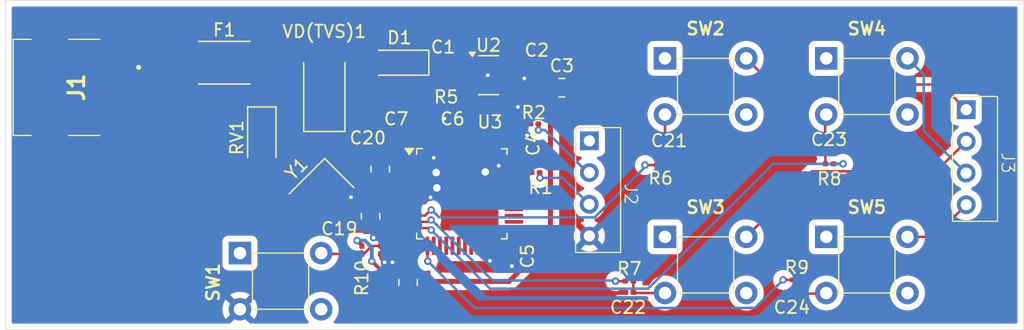
<source format=kicad_pcb>
(kicad_pcb (version 20241229) (generator "pcbnew") (generator_version "9.0")
  (layers (0 "F.Cu" signal) (2 "B.Cu" signal) (13 "F.Paste" user) (15 "B.Paste" user) (5 "F.SilkS" user "F.Silkscreen") (7 "B.SilkS" user "B.Silkscreen") (1 "F.Mask" user) (3 "B.Mask" user) (25 "Edge.Cuts" user))
  (net 0 "")
  (net 1 "GND")
  (net 2 "Net-(D1-K)")
  (net 3 "3.3V")
  (net 4 "3.3VA")
  (net 5 "RESET")
  (net 6 "Net-(U3-PA14)")
  (net 7 "PD1")
  (net 8 "PD0")
  (net 9 "Net-(C21-Pad1)")
  (net 10 "Net-(C22-Pad1)")
  (net 11 "Net-(C23-Pad1)")
  (net 12 "Net-(C24-Pad1)")
  (net 13 "Net-(D1-A)")
  (net 14 "Net-(J1-VCC)")
  (net 18 "Net-(J2-Pad3)")
  (net 20 "Net-(J2-Pad2)")
  (net 21 "Net-(J3-Pad1)")
  (net 22 "Net-(J3-Pad4)")
  (net 23 "Net-(J3-Pad2)")
  (net 24 "Net-(J3-Pad3)")
  (net 25 "Net-(U3-PA13)")
  (net 26 "Net-(U2-EN)")
  (net 27 "PA0")
  (net 28 "PA1")
  (net 29 "PA2")
  (net 30 "PA3")
  (footprint "Resistor_SMD:R_0201_0603Metric" (layer "F.Cu") (at 87.4 39.1)
    (property "Reference" "R8" (at 0 1.2 0) (layer "F.SilkS"))
    (property "Value" "1k")
    (pad "1" smd roundrect (at -0.32 0) (size 0.46 0.4) (layers "F.Cu" "F.Mask") (net 11 "Net-(C23-Pad1)"))
    (pad "2" smd roundrect (at 0.32 0) (size 0.46 0.4) (layers "F.Cu" "F.Mask") (net 29 "PA2"))
  )
  (footprint "My_lib2:J - W04M" (layer "F.Cu") (at 70.7 41.2 -90)
    (property "Reference" "J2" (at 0.325 -0.825 270) (layer "F.SilkS") (effects (font (thickness 0.1))))
    (property "Value" "~" (hide yes))
    (fp_rect (start -5 0) (end 5 3.6) (stroke (width 0.1)) (fill no) (layer "F.SilkS"))
    (pad "1" thru_hole rect (at -3.94 2.5 270) (size 1.5 1.5) (drill 0.9) (layers "*.Cu" "*.Mask"))
    (pad "2" thru_hole circle (at -1.4 2.5 270) (size 1.5 1.5) (drill 0.9) (layers "*.Cu" "*.Mask") (net 20 "Net-(J2-Pad2)"))
    (pad "3" thru_hole circle (at 1.14 2.511693 270) (size 1.5 1.5) (drill 0.9) (layers "*.Cu" "*.Mask") (net 18 "Net-(J2-Pad3)"))
    (pad "4" thru_hole circle (at 3.68 2.5 270) (size 1.5 1.5) (drill 0.9) (layers "*.Cu" "*.Mask") (net 1 "GND"))
  )
  (footprint "Resistor_SMD:R_0201_0603Metric" (layer "F.Cu") (at 51.5 46 -90)
    (property "Reference" "C17" (hide yes))
    (property "Value" "0.1uF" (hide yes))
    (pad "1" smd roundrect (at -0.32 0 270) (size 0.46 0.4) (layers "F.Cu" "F.Mask") (net 5 "RESET"))
    (pad "2" smd roundrect (at 0.32 0 270) (size 0.46 0.4) (layers "F.Cu" "F.Mask") (net 1 "GND"))
  )
  (footprint "Diode_SMD:D_1206_3216Metric_Pad1.42x1.75mm_HandSolder" (layer "F.Cu") (at 42 37 -90)
    (property "Reference" "RV1" (at 0 2 90) (layer "F.SilkS"))
    (property "Value" "6V")
    (fp_line (start -2.46 1.135) (end 1.6 1.135) (stroke (width 0.12)) (layer "F.SilkS"))
    (fp_line (start -2.46 -1.135) (end -2.46 1.135) (stroke (width 0.12)) (layer "F.SilkS"))
    (fp_line (start 1.6 -1.135) (end -2.46 -1.135) (stroke (width 0.12)) (layer "F.SilkS"))
    (pad "1" smd roundrect (at -1.4875 0 270) (size 1.425 1.75) (layers "F.Cu" "F.Mask" "F.Paste") (roundrect_rratio 0.175439) (net 13 "Net-(D1-A)"))
    (pad "2" smd roundrect (at 1.4875 0 270) (size 1.425 1.75) (layers "F.Cu" "F.Mask" "F.Paste") (roundrect_rratio 0.175439) (net 1 "GND"))
  )
  (footprint "Resistor_SMD:R_0201_0603Metric" (layer "F.Cu") (at 57 32.32 -90)
    (property "Reference" "R5" (at 1.43 0.25 0) (layer "F.SilkS"))
    (property "Value" "10k" (hide yes))
    (pad "1" smd roundrect (at -0.32 0 270) (size 0.46 0.4) (layers "F.Cu" "F.Mask") (net 2 "Net-(D1-K)"))
    (pad "2" smd roundrect (at 0.32 0 270) (size 0.46 0.4) (layers "F.Cu" "F.Mask") (net 26 "Net-(U2-EN)"))
  )
  (footprint "Resistor_SMD:R_0201_0603Metric" (layer "F.Cu") (at 55.57 35.5)
    (property "Reference" "C6" (at 1.68 0 0) (layer "F.SilkS"))
    (property "Value" "0.1uF")
    (pad "1" smd roundrect (at -0.32 0) (size 0.46 0.4) (layers "F.Cu" "F.Mask") (net 3 "3.3V"))
    (pad "2" smd roundrect (at 0.32 0) (size 0.46 0.4) (layers "F.Cu" "F.Mask") (net 1 "GND"))
  )
  (footprint "My_lib2:J - W04M" (layer "F.Cu") (at 100.85 38.7 -90)
    (property "Reference" "J3" (at 0.325 -0.825 270) (layer "F.SilkS") (effects (font (thickness 0.1))))
    (property "Value" "~" (hide yes))
    (fp_rect (start -5 0) (end 5 3.6) (stroke (width 0.1)) (fill no) (layer "F.SilkS"))
    (pad "1" thru_hole rect (at -3.94 2.5 270) (size 1.5 1.5) (drill 0.9) (layers "*.Cu" "*.Mask") (net 21 "Net-(J3-Pad1)"))
    (pad "2" thru_hole circle (at -1.4 2.5 270) (size 1.5 1.5) (drill 0.9) (layers "*.Cu" "*.Mask") (net 23 "Net-(J3-Pad2)"))
    (pad "3" thru_hole circle (at 1.14 2.511693 270) (size 1.5 1.5) (drill 0.9) (layers "*.Cu" "*.Mask") (net 24 "Net-(J3-Pad3)"))
    (pad "4" thru_hole circle (at 3.68 2.5 270) (size 1.5 1.5) (drill 0.9) (layers "*.Cu" "*.Mask") (net 22 "Net-(J3-Pad4)"))
  )
  (footprint "Resistor_SMD:R_0805_2012Metric" (layer "F.Cu") (at 50.7 43.3 -90)
    (property "Reference" "C19" (at 1 2.5 180) (layer "F.SilkS"))
    (property "Value" "18pF" (hide yes))
    (fp_line (start -0.227064 0.735) (end 0.227064 0.735) (stroke (width 0.12)) (layer "F.SilkS"))
    (fp_line (start -0.227064 -0.735) (end 0.227064 -0.735) (stroke (width 0.12)) (layer "F.SilkS"))
    (pad "1" smd roundrect (at -0.9125 0 270) (size 1.025 1.4) (layers "F.Cu" "F.Mask" "F.Paste") (roundrect_rratio 0.243902) (net 7 "PD1"))
    (pad "2" smd roundrect (at 0.9125 0 270) (size 1.025 1.4) (layers "F.Cu" "F.Mask" "F.Paste") (roundrect_rratio 0.243902) (net 1 "GND"))
  )
  (footprint "Resistor_SMD:R_0201_0603Metric" (layer "F.Cu") (at 52.4 46 -90)
    (property "Reference" "C11" (hide yes))
    (property "Value" "0.1uF" (hide yes))
    (pad "1" smd roundrect (at -0.32 0 270) (size 0.46 0.4) (layers "F.Cu" "F.Mask") (net 4 "3.3VA"))
    (pad "2" smd roundrect (at 0.32 0 270) (size 0.46 0.4) (layers "F.Cu" "F.Mask") (net 1 "GND"))
  )
  (footprint "Resistor_SMD:R_0201_0603Metric" (layer "F.Cu") (at 87.38 38.2)
    (property "Reference" "C23" (at 0 -1.05 0) (layer "F.SilkS"))
    (property "Value" "0.1uF")
    (pad "1" smd roundrect (at -0.32 0) (size 0.46 0.4) (layers "F.Cu" "F.Mask") (net 11 "Net-(C23-Pad1)"))
    (pad "2" smd roundrect (at 0.32 0) (size 0.46 0.4) (layers "F.Cu" "F.Mask") (net 1 "GND"))
  )
  (footprint "Resistor_SMD:R_0201_0603Metric" (layer "F.Cu") (at 62 46.345 -90)
    (property "Reference" "C5" (at 0.155 -1.25 90) (layer "F.SilkS"))
    (property "Value" "0.1uF" (hide yes))
    (pad "1" smd roundrect (at -0.32 0 270) (size 0.46 0.4) (layers "F.Cu" "F.Mask") (net 3 "3.3V"))
    (pad "2" smd roundrect (at 0.32 0 270) (size 0.46 0.4) (layers "F.Cu" "F.Mask") (net 1 "GND"))
  )
  (footprint "Resistor_SMD:R_0201_0603Metric" (layer "F.Cu") (at 56 31.345 -90)
    (property "Reference" "C1" (at -1.595 -0.5 180) (layer "F.SilkS"))
    (property "Value" "0.33uF" (hide yes))
    (pad "1" smd roundrect (at -0.32 0 270) (size 0.46 0.4) (layers "F.Cu" "F.Mask") (net 2 "Net-(D1-K)"))
    (pad "2" smd roundrect (at 0.32 0 270) (size 0.46 0.4) (layers "F.Cu" "F.Mask") (net 1 "GND"))
  )
  (footprint "My_lib2:SW - 0650HIM-130G-G" (layer "F.Cu") (at 90.4 32.9)
    (property "Reference" "SW4" (at 0 -4.625 0) (layer "F.SilkS") (effects (font (thickness 0.2) (bold yes))))
    (property "Value" "SW_Push" (hide yes))
    (fp_rect (start -2.25 -2.25) (end 2.25 2.25) (stroke (width 0.1)) (fill no) (layer "F.SilkS"))
    (pad "1" thru_hole rect (at -3.25 -2.25) (size 1.8 1.8) (drill 1) (layers "*.Cu" "*.Mask"))
    (pad "2" thru_hole circle (at 3.25 -2.25) (size 1.8 1.8) (drill 1) (layers "*.Cu" "*.Mask") (net 24 "Net-(J3-Pad3)"))
    (pad "3" thru_hole circle (at -3.25 2.25) (size 1.8 1.8) (drill 1) (layers "*.Cu" "*.Mask") (net 11 "Net-(C23-Pad1)"))
    (pad "4" thru_hole circle (at 3.25 2.25) (size 1.8 1.8) (drill 1) (layers "*.Cu" "*.Mask"))
  )
  (footprint "Diode_SMD:D_SMA" (layer "F.Cu") (at 47 33 90)
    (property "Reference" "VD(TVS)1" (at 4.5 0 180) (layer "F.SilkS"))
    (property "Value" "SMAJ5.0A" (hide yes))
    (fp_line (start -3.51 -1.65) (end 2 -1.65) (stroke (width 0.12)) (layer "F.SilkS"))
    (fp_line (start -3.51 -1.65) (end -3.51 1.65) (stroke (width 0.12)) (layer "F.SilkS"))
    (fp_line (start -3.51 1.65) (end 2 1.65) (stroke (width 0.12)) (layer "F.SilkS"))
    (pad "1" smd roundrect (at -2 0 90) (size 2.5 1.8) (layers "F.Cu" "F.Mask" "F.Paste") (roundrect_rratio 0.1388888889) (net 1 "GND"))
    (pad "2" smd roundrect (at 2 0 90) (size 2.5 1.8) (layers "F.Cu" "F.Mask" "F.Paste") (roundrect_rratio 0.1388888889) (net 13 "Net-(D1-A)"))
  )
  (footprint "Resistor_SMD:R_0201_0603Metric" (layer "F.Cu") (at 63.9 39.8)
    (property "Reference" "R1" (at 0.4 1.2 0) (layer "F.SilkS"))
    (property "Value" "100")
    (pad "1" smd roundrect (at -0.32 0) (size 0.46 0.4) (layers "F.Cu" "F.Mask") (net 25 "Net-(U3-PA13)"))
    (pad "2" smd roundrect (at 0.32 0) (size 0.46 0.4) (layers "F.Cu" "F.Mask") (net 18 "Net-(J2-Pad3)"))
  )
  (footprint "Resistor_SMD:R_0805_2012Metric" (layer "F.Cu") (at 66 33)
    (property "Reference" "C3" (at 0 -1.75 0) (layer "F.SilkS"))
    (property "Value" "4.7uF")
    (fp_line (start -0.227064 -0.735) (end 0.227064 -0.735) (stroke (width 0.12)) (layer "F.SilkS"))
    (fp_line (start -0.227064 0.735) (end 0.227064 0.735) (stroke (width 0.12)) (layer "F.SilkS"))
    (pad "1" smd roundrect (at -0.9125 0) (size 1.025 1.4) (layers "F.Cu" "F.Mask" "F.Paste") (roundrect_rratio 0.243902) (net 3 "3.3V"))
    (pad "2" smd roundrect (at 0.9125 0) (size 1.025 1.4) (layers "F.Cu" "F.Mask" "F.Paste") (roundrect_rratio 0.243902) (net 1 "GND"))
  )
  (footprint "Crystal:Crystal_SMD_3225-4Pin_3.2x2.5mm" (layer "F.Cu") (at 46.775 41.25 -135)
    (property "Reference" "Y1" (at 0.176777 2.65165 45) (layer "F.SilkS"))
    (property "Value" "Crystal_GND24")
    (fp_line (start -2 1.65) (end 2 1.65) (stroke (width 0.12)) (layer "F.SilkS"))
    (fp_line (start -2 -1.65) (end -2 1.65) (stroke (width 0.12)) (layer "F.SilkS"))
    (pad "1" smd rect (at -1.1 0.85 225) (size 1.4 1.2) (layers "F.Cu" "F.Mask" "F.Paste") (net 8 "PD0"))
    (pad "2" smd rect (at 1.1 0.85 225) (size 1.4 1.2) (layers "F.Cu" "F.Mask" "F.Paste") (net 1 "GND"))
    (pad "3" smd rect (at 1.1 -0.85 225) (size 1.4 1.2) (layers "F.Cu" "F.Mask" "F.Paste") (net 7 "PD1"))
    (pad "4" smd rect (at -1.1 -0.85 225) (size 1.4 1.2) (layers "F.Cu" "F.Mask" "F.Paste") (net 1 "GND"))
  )
  (footprint "Package_QFP:LQFP-48_7x7mm_P0.5mm" (layer "F.Cu") (at 58 41.5)
    (property "Reference" "U3" (at 2.25 -5.75 0) (layer "F.SilkS"))
    (property "Value" "STM32F103C8Tx")
    (fp_line (start -3.61 -3.61) (end -3.61 -3.16) (stroke (width 0.12)) (layer "F.SilkS"))
    (fp_line (start -3.61 3.61) (end -3.61 3.16) (stroke (width 0.12)) (layer "F.SilkS"))
    (fp_line (start -3.16 -3.61) (end -3.61 -3.61) (stroke (width 0.12)) (layer "F.SilkS"))
    (fp_line (start -3.16 3.61) (end -3.61 3.61) (stroke (width 0.12)) (layer "F.SilkS"))
    (fp_line (start 3.16 -3.61) (end 3.61 -3.61) (stroke (width 0.12)) (layer "F.SilkS"))
    (fp_line (start 3.16 3.61) (end 3.61 3.61) (stroke (width 0.12)) (layer "F.SilkS"))
    (fp_line (start 3.61 -3.61) (end 3.61 -3.16) (stroke (width 0.12)) (layer "F.SilkS"))
    (fp_line (start 3.61 3.61) (end 3.61 3.16) (stroke (width 0.12)) (layer "F.SilkS"))
    (fp_poly (pts (xy -4.2 -3.16) (xy -4.54 -3.63) (xy -3.86 -3.63) (xy -4.2 -3.16)) (stroke (width 0.12)) (fill yes) (layer "F.SilkS"))
    (pad "1" smd roundrect (at -4.1625 -2.75) (size 1.475 0.3) (layers "F.Cu" "F.Mask" "F.Paste") (net 3 "3.3V"))
    (pad "2" smd roundrect (at -4.1625 -2.25) (size 1.475 0.3) (layers "F.Cu" "F.Mask" "F.Paste"))
    (pad "3" smd roundrect (at -4.1625 -1.75) (size 1.475 0.3) (layers "F.Cu" "F.Mask" "F.Paste"))
    (pad "4" smd roundrect (at -4.1625 -1.25) (size 1.475 0.3) (layers "F.Cu" "F.Mask" "F.Paste"))
    (pad "5" smd roundrect (at -4.1625 -0.75) (size 1.475 0.3) (layers "F.Cu" "F.Mask" "F.Paste") (net 8 "PD0"))
    (pad "6" smd roundrect (at -4.1625 -0.25) (size 1.475 0.3) (layers "F.Cu" "F.Mask" "F.Paste") (net 7 "PD1"))
    (pad "7" smd roundrect (at -4.1625 0.25) (size 1.475 0.3) (layers "F.Cu" "F.Mask" "F.Paste") (net 5 "RESET"))
    (pad "8" smd roundrect (at -4.1625 0.75) (size 1.475 0.3) (layers "F.Cu" "F.Mask" "F.Paste") (net 1 "GND"))
    (pad "9" smd roundrect (at -4.1625 1.25) (size 1.475 0.3) (layers "F.Cu" "F.Mask" "F.Paste") (net 4 "3.3VA"))
    (pad "10" smd roundrect (at -4.1625 1.75) (size 1.475 0.3) (layers "F.Cu" "F.Mask" "F.Paste") (net 27 "PA0"))
    (pad "11" smd roundrect (at -4.1625 2.25) (size 1.475 0.3) (layers "F.Cu" "F.Mask" "F.Paste") (net 28 "PA1"))
    (pad "12" smd roundrect (at -4.1625 2.75) (size 1.475 0.3) (layers "F.Cu" "F.Mask" "F.Paste") (net 29 "PA2"))
    (pad "13" smd roundrect (at -2.75 4.1625) (size 0.3 1.475) (layers "F.Cu" "F.Mask" "F.Paste") (net 30 "PA3"))
    (pad "14" smd roundrect (at -2.25 4.1625) (size 0.3 1.475) (layers "F.Cu" "F.Mask" "F.Paste"))
    (pad "15" smd roundrect (at -1.75 4.1625) (size 0.3 1.475) (layers "F.Cu" "F.Mask" "F.Paste"))
    (pad "16" smd roundrect (at -1.25 4.1625) (size 0.3 1.475) (layers "F.Cu" "F.Mask" "F.Paste"))
    (pad "17" smd roundrect (at -0.75 4.1625) (size 0.3 1.475) (layers "F.Cu" "F.Mask" "F.Paste"))
    (pad "18" smd roundrect (at -0.25 4.1625) (size 0.3 1.475) (layers "F.Cu" "F.Mask" "F.Paste"))
    (pad "19" smd roundrect (at 0.25 4.1625) (size 0.3 1.475) (layers "F.Cu" "F.Mask" "F.Paste"))
    (pad "20" smd roundrect (at 0.75 4.1625) (size 0.3 1.475) (layers "F.Cu" "F.Mask" "F.Paste"))
    (pad "21" smd roundrect (at 1.25 4.1625) (size 0.3 1.475) (layers "F.Cu" "F.Mask" "F.Paste"))
    (pad "22" smd roundrect (at 1.75 4.1625) (size 0.3 1.475) (layers "F.Cu" "F.Mask" "F.Paste"))
    (pad "23" smd roundrect (at 2.25 4.1625) (size 0.3 1.475) (layers "F.Cu" "F.Mask" "F.Paste") (net 1 "GND"))
    (pad "24" smd roundrect (at 2.75 4.1625) (size 0.3 1.475) (layers "F.Cu" "F.Mask" "F.Paste") (net 3 "3.3V"))
    (pad "25" smd roundrect (at 4.1625 2.75) (size 1.475 0.3) (layers "F.Cu" "F.Mask" "F.Paste"))
    (pad "26" smd roundrect (at 4.1625 2.25) (size 1.475 0.3) (layers "F.Cu" "F.Mask" "F.Paste"))
    (pad "27" smd roundrect (at 4.1625 1.75) (size 1.475 0.3) (layers "F.Cu" "F.Mask" "F.Paste"))
    (pad "28" smd roundrect (at 4.1625 1.25) (size 1.475 0.3) (layers "F.Cu" "F.Mask" "F.Paste"))
    (pad "29" smd roundrect (at 4.1625 0.75) (size 1.475 0.3) (layers "F.Cu" "F.Mask" "F.Paste"))
    (pad "30" smd roundrect (at 4.1625 0.25) (size 1.475 0.3) (layers "F.Cu" "F.Mask" "F.Paste"))
    (pad "31" smd roundrect (at 4.1625 -0.25) (size 1.475 0.3) (layers "F.Cu" "F.Mask" "F.Paste"))
    (pad "32" smd roundrect (at 4.1625 -0.75) (size 1.475 0.3) (layers "F.Cu" "F.Mask" "F.Paste"))
    (pad "33" smd roundrect (at 4.1625 -1.25) (size 1.475 0.3) (layers "F.Cu" "F.Mask" "F.Paste"))
    (pad "34" smd roundrect (at 4.1625 -1.75) (size 1.475 0.3) (layers "F.Cu" "F.Mask" "F.Paste") (net 25 "Net-(U3-PA13)"))
    (pad "35" smd roundrect (at 4.1625 -2.25) (size 1.475 0.3) (layers "F.Cu" "F.Mask" "F.Paste") (net 1 "GND"))
    (pad "36" smd roundrect (at 4.1625 -2.75) (size 1.475 0.3) (layers "F.Cu" "F.Mask" "F.Paste") (net 3 "3.3V"))
    (pad "37" smd roundrect (at 2.75 -4.1625) (size 0.3 1.475) (layers "F.Cu" "F.Mask" "F.Paste") (net 6 "Net-(U3-PA14)"))
    (pad "38" smd roundrect (at 2.25 -4.1625) (size 0.3 1.475) (layers "F.Cu" "F.Mask" "F.Paste"))
    (pad "39" smd roundrect (at 1.75 -4.1625) (size 0.3 1.475) (layers "F.Cu" "F.Mask" "F.Paste"))
    (pad "40" smd roundrect (at 1.25 -4.1625) (size 0.3 1.475) (layers "F.Cu" "F.Mask" "F.Paste"))
    (pad "41" smd roundrect (at 0.75 -4.1625) (size 0.3 1.475) (layers "F.Cu" "F.Mask" "F.Paste"))
    (pad "42" smd roundrect (at 0.25 -4.1625) (size 0.3 1.475) (layers "F.Cu" "F.Mask" "F.Paste"))
    (pad "43" smd roundrect (at -0.25 -4.1625) (size 0.3 1.475) (layers "F.Cu" "F.Mask" "F.Paste"))
    (pad "44" smd roundrect (at -0.75 -4.1625) (size 0.3 1.475) (layers "F.Cu" "F.Mask" "F.Paste"))
    (pad "45" smd roundrect (at -1.25 -4.1625) (size 0.3 1.475) (layers "F.Cu" "F.Mask" "F.Paste"))
    (pad "46" smd roundrect (at -1.75 -4.1625) (size 0.3 1.475) (layers "F.Cu" "F.Mask" "F.Paste"))
    (pad "47" smd roundrect (at -2.25 -4.1625) (size 0.3 1.475) (layers "F.Cu" "F.Mask" "F.Paste") (net 1 "GND"))
    (pad "48" smd roundrect (at -2.75 -4.1625) (size 0.3 1.475) (layers "F.Cu" "F.Mask" "F.Paste") (net 3 "3.3V"))
  )
  (footprint "Diode_SMD:D_SOD-123" (layer "F.Cu") (at 53 31 180)
    (property "Reference" "D1" (at 0 2 0) (layer "F.SilkS"))
    (property "Value" "~" (hide yes))
    (fp_line (start -2.36 1) (end 1.65 1) (stroke (width 0.12)) (layer "F.SilkS"))
    (fp_line (start -2.36 -1) (end 1.65 -1) (stroke (width 0.12)) (layer "F.SilkS"))
    (fp_line (start -2.36 -1) (end -2.36 1) (stroke (width 0.12)) (layer "F.SilkS"))
    (pad "1" smd roundrect (at -1.65 0 180) (size 0.9 1.2) (layers "F.Cu" "F.Mask" "F.Paste") (net 2 "Net-(D1-K)"))
    (pad "2" smd roundrect (at 1.65 0 180) (size 0.9 1.2) (layers "F.Cu" "F.Mask" "F.Paste") (net 13 "Net-(D1-A)"))
  )
  (footprint "Resistor_SMD:R_0805_2012Metric" (layer "F.Cu") (at 51.475 39.525 -90)
    (property "Reference" "C20" (at -2.5 1 180) (layer "F.SilkS"))
    (property "Value" "18pF")
    (fp_line (start -0.227064 0.735) (end 0.227064 0.735) (stroke (width 0.12)) (layer "F.SilkS"))
    (fp_line (start -0.227064 -0.735) (end 0.227064 -0.735) (stroke (width 0.12)) (layer "F.SilkS"))
    (pad "1" smd roundrect (at -0.9125 0 270) (size 1.025 1.4) (layers "F.Cu" "F.Mask" "F.Paste") (roundrect_rratio 0.243902) (net 1 "GND"))
    (pad "2" smd roundrect (at 0.9125 0 270) (size 1.025 1.4) (layers "F.Cu" "F.Mask" "F.Paste") (roundrect_rratio 0.243902) (net 8 "PD0"))
  )
  (footprint "Resistor_SMD:R_0201_0603Metric" (layer "F.Cu") (at 63 31.345 -90)
    (property "Reference" "C2" (at -1.345 -1 180) (layer "F.SilkS"))
    (property "Value" "0.1uF" (hide yes))
    (pad "1" smd roundrect (at -0.32 0 270) (size 0.46 0.4) (layers "F.Cu" "F.Mask") (net 3 "3.3V"))
    (pad "2" smd roundrect (at 0.32 0 270) (size 0.46 0.4) (layers "F.Cu" "F.Mask") (net 1 "GND"))
  )
  (footprint "Resistor_SMD:R_0201_0603Metric" (layer "F.Cu") (at 50 46 90)
    (property "Reference" "R10" (at -2.25 0 90) (layer "F.SilkS"))
    (property "Value" "10k" (hide yes))
    (pad "1" smd roundrect (at -0.32 0 90) (size 0.46 0.4) (layers "F.Cu" "F.Mask") (net 5 "RESET"))
    (pad "2" smd roundrect (at 0.32 0 90) (size 0.46 0.4) (layers "F.Cu" "F.Mask") (net 3 "3.3V"))
  )
  (footprint "My_lib2:SW - 0650HIM-130G-G" (layer "F.Cu") (at 90.4 47.2)
    (property "Reference" "SW5" (at 0 -4.625 0) (layer "F.SilkS") (effects (font (thickness 0.2) (bold yes))))
    (property "Value" "SW_Push" (hide yes))
    (fp_rect (start -2.25 -2.25) (end 2.25 2.25) (stroke (width 0.1)) (fill no) (layer "F.SilkS"))
    (pad "1" thru_hole rect (at -3.25 -2.25) (size 1.8 1.8) (drill 1) (layers "*.Cu" "*.Mask"))
    (pad "2" thru_hole circle (at 3.25 -2.25) (size 1.8 1.8) (drill 1) (layers "*.Cu" "*.Mask") (net 22 "Net-(J3-Pad4)"))
    (pad "3" thru_hole circle (at -3.25 2.25) (size 1.8 1.8) (drill 1) (layers "*.Cu" "*.Mask") (net 12 "Net-(C24-Pad1)"))
    (pad "4" thru_hole circle (at 3.25 2.25) (size 1.8 1.8) (drill 1) (layers "*.Cu" "*.Mask"))
  )
  (footprint "Resistor_SMD:R_0201_0603Metric" (layer "F.Cu") (at 71.4 49.4 180)
    (property "Reference" "C22" (at 0.1 -1.2 0) (layer "F.SilkS"))
    (property "Value" "0.1uF")
    (pad "1" smd roundrect (at -0.32 0 180) (size 0.46 0.4) (layers "F.Cu" "F.Mask") (net 10 "Net-(C22-Pad1)"))
    (pad "2" smd roundrect (at 0.32 0 180) (size 0.46 0.4) (layers "F.Cu" "F.Mask") (net 1 "GND"))
  )
  (footprint "Resistor_SMD:R_0201_0603Metric" (layer "F.Cu") (at 71.4 48.5 180)
    (property "Reference" "R7" (at 0 1 0) (layer "F.SilkS"))
    (property "Value" "1k")
    (pad "1" smd roundrect (at -0.32 0 180) (size 0.46 0.4) (layers "F.Cu" "F.Mask") (net 10 "Net-(C22-Pad1)"))
    (pad "2" smd roundrect (at 0.32 0 180) (size 0.46 0.4) (layers "F.Cu" "F.Mask") (net 28 "PA1"))
  )
  (footprint "Resistor_SMD:R_0201_0603Metric" (layer "F.Cu") (at 63.8 35.9)
    (property "Reference" "R2" (at -0.05 -0.9 0) (layer "F.SilkS"))
    (property "Value" "100" (hide yes))
    (pad "1" smd roundrect (at -0.32 0) (size 0.46 0.4) (layers "F.Cu" "F.Mask") (net 6 "Net-(U3-PA14)"))
    (pad "2" smd roundrect (at 0.32 0) (size 0.46 0.4) (layers "F.Cu" "F.Mask") (net 20 "Net-(J2-Pad2)"))
  )
  (footprint "Resistor_SMD:R_0201_0603Metric" (layer "F.Cu") (at 84.8 48.4 180)
    (property "Reference" "R9" (at 0 1 0) (layer "F.SilkS"))
    (property "Value" "1k")
    (pad "1" smd roundrect (at -0.32 0 180) (size 0.46 0.4) (layers "F.Cu" "F.Mask") (net 12 "Net-(C24-Pad1)"))
    (pad "2" smd roundrect (at 0.32 0 180) (size 0.46 0.4) (layers "F.Cu" "F.Mask") (net 30 "PA3"))
  )
  (footprint "My_lib2:micro USB -5075BMR05SM" (layer "F.Cu") (at 27.175 32.975 -90)
    (property "Reference" "J1" (at 0 0 90) (layer "F.SilkS") (effects (font (size 1.27 1.27) (thickness 0.254))))
    (property "Value" "~" (hide yes))
    (fp_line (start -3.85 5.07) (end 3.85 5.07) (stroke (width 0.1)) (layer "F.SilkS"))
    (fp_line (start 3.85 5.07) (end 3.85 3.63) (stroke (width 0.1)) (layer "F.SilkS"))
    (fp_line (start -3.85 3.63) (end -3.85 5.07) (stroke (width 0.1)) (layer "F.SilkS"))
    (fp_line (start -3.85 -1.87) (end -3.85 0.63) (stroke (width 0.1)) (layer "F.SilkS"))
    (fp_line (start 3.85 -1.87) (end 3.85 0.63) (stroke (width 0.1)) (layer "F.SilkS"))
    (fp_line (start -1.7 -4.97) (end -1.7 -4.97) (stroke (width 0.2)) (layer "F.SilkS"))
    (fp_line (start -1.5 -4.97) (end -1.5 -4.97) (stroke (width 0.2)) (layer "F.SilkS"))
    (fp_arc (start -1.7 -4.97) (mid -1.6 -5.07) (end -1.5 -4.97) (stroke (width 0.2)) (layer "F.SilkS"))
    (fp_arc (start -1.5 -4.97) (mid -1.6 -4.87) (end -1.7 -4.97) (stroke (width 0.2)) (layer "F.SilkS"))
    (pad "1" smd rect (at -1.6 -3.495 270) (size 0.5 2.25) (layers "F.Cu" "F.Mask" "F.Paste") (net 14 "Net-(J1-VCC)"))
    (pad "2" smd rect (at -0.8 -3.495 270) (size 0.5 2.25) (layers "F.Cu" "F.Mask" "F.Paste"))
    (pad "3" smd rect (at 0 -3.495 270) (size 0.5 2.25) (layers "F.Cu" "F.Mask" "F.Paste"))
    (pad "4" smd rect (at 0.8 -3.495 270) (size 0.5 2.25) (layers "F.Cu" "F.Mask" "F.Paste"))
    (pad "5" smd rect (at 1.6 -3.495 270) (size 0.5 2.25) (layers "F.Cu" "F.Mask" "F.Paste") (net 1 "GND"))
    (pad "6" smd rect (at -4.45 -3.37 270) (size 2 2.5) (layers "F.Cu" "F.Mask" "F.Paste") (net 1 "GND"))
    (pad "7" smd rect (at -4.45 2.13 270) (size 2 2.5) (layers "F.Cu" "F.Mask" "F.Paste") (net 1 "GND"))
    (pad "8" smd rect (at 4.45 2.13 270) (size 2 2.5) (layers "F.Cu" "F.Mask" "F.Paste") (net 1 "GND"))
    (pad "9" smd rect (at 4.45 -3.37 270) (size 2 2.5) (layers "F.Cu" "F.Mask" "F.Paste") (net 1 "GND"))
  )
  (footprint "Resistor_SMD:R_0201_0603Metric" (layer "F.Cu") (at 74.58 38.3)
    (property "Reference" "C21" (at 0 -1.05 0) (layer "F.SilkS"))
    (property "Value" "0.1uF")
    (pad "1" smd roundrect (at -0.32 0) (size 0.46 0.4) (layers "F.Cu" "F.Mask") (net 9 "Net-(C21-Pad1)"))
    (pad "2" smd roundrect (at 0.32 0) (size 0.46 0.4) (layers "F.Cu" "F.Mask") (net 1 "GND"))
  )
  (footprint "Resistor_SMD:R_0201_0603Metric" (layer "F.Cu") (at 62.5 35.6 90)
    (property "Reference" "C18" (hide yes))
    (property "Value" "47pF" (hide yes))
    (pad "1" smd roundrect (at -0.32 0 90) (size 0.46 0.4) (layers "F.Cu" "F.Mask") (net 6 "Net-(U3-PA14)"))
    (pad "2" smd roundrect (at 0.32 0 90) (size 0.46 0.4) (layers "F.Cu" "F.Mask") (net 1 "GND"))
  )
  (footprint "Resistor_SMD:R_0805_2012Metric" (layer "F.Cu") (at 53.7 48.6 -90)
    (property "Reference" "C12" (hide yes))
    (property "Value" "1uF")
    (fp_line (start -0.227064 0.735) (end 0.227064 0.735) (stroke (width 0.12)) (layer "F.SilkS"))
    (fp_line (start -0.227064 -0.735) (end 0.227064 -0.735) (stroke (width 0.12)) (layer "F.SilkS"))
    (pad "1" smd roundrect (at -0.9125 0 270) (size 1.025 1.4) (layers "F.Cu" "F.Mask" "F.Paste") (roundrect_rratio 0.243902) (net 4 "3.3VA"))
    (pad "2" smd roundrect (at 0.9125 0 270) (size 1.025 1.4) (layers "F.Cu" "F.Mask" "F.Paste") (roundrect_rratio 0.243902) (net 1 "GND"))
  )
  (footprint "My_lib2:SW - 0650HIM-130G-G" (layer "F.Cu") (at 43.5 48.5)
    (property "Reference" "SW1" (at -5.4 0.1 90) (layer "F.SilkS") (effects (font (thickness 0.2) (bold yes))))
    (property "Value" "SW_Push" (hide yes))
    (fp_rect (start -2.25 -2.25) (end 2.25 2.25) (stroke (width 0.1)) (fill no) (layer "F.SilkS"))
    (pad "1" thru_hole rect (at -3.25 -2.25) (size 1.8 1.8) (drill 1) (layers "*.Cu" "*.Mask"))
    (pad "2" thru_hole circle (at 3.25 -2.25) (size 1.8 1.8) (drill 1) (layers "*.Cu" "*.Mask") (net 5 "RESET"))
    (pad "3" thru_hole circle (at -3.25 2.25) (size 1.8 1.8) (drill 1) (layers "*.Cu" "*.Mask") (net 1 "GND"))
    (pad "4" thru_hole circle (at 3.25 2.25) (size 1.8 1.8) (drill 1) (layers "*.Cu" "*.Mask"))
  )
  (footprint "Fuse:Fuse_2512_6332Metric" (layer "F.Cu") (at 39 31)
    (property "Reference" "F1" (at 0 -2.62 0) (layer "F.SilkS"))
    (property "Value" "0.5A")
    (fp_line (start -2.052064 -1.71) (end 2.052064 -1.71) (stroke (width 0.12)) (layer "F.SilkS"))
    (fp_line (start -2.052064 1.71) (end 2.052064 1.71) (stroke (width 0.12)) (layer "F.SilkS"))
    (pad "1" smd roundrect (at -2.9 0) (size 1.35 3.35) (layers "F.Cu" "F.Mask" "F.Paste") (roundrect_rratio 0.185185) (net 14 "Net-(J1-VCC)"))
    (pad "2" smd roundrect (at 2.9 0) (size 1.35 3.35) (layers "F.Cu" "F.Mask" "F.Paste") (roundrect_rratio 0.185185) (net 13 "Net-(D1-A)"))
  )
  (footprint "My_lib2:SW - 0650HIM-130G-G" (layer "F.Cu") (at 77.5 32.9)
    (property "Reference" "SW2" (at 0 -4.625 0) (layer "F.SilkS") (effects (font (thickness 0.2) (bold yes))))
    (property "Value" "SW_Push" (hide yes))
    (fp_rect (start -2.25 -2.25) (end 2.25 2.25) (stroke (width 0.1)) (fill no) (layer "F.SilkS"))
    (pad "1" thru_hole rect (at -3.25 -2.25) (size 1.8 1.8) (drill 1) (layers "*.Cu" "*.Mask"))
    (pad "2" thru_hole circle (at 3.25 -2.25) (size 1.8 1.8) (drill 1) (layers "*.Cu" "*.Mask") (net 21 "Net-(J3-Pad1)"))
    (pad "3" thru_hole circle (at -3.25 2.25) (size 1.8 1.8) (drill 1) (layers "*.Cu" "*.Mask") (net 9 "Net-(C21-Pad1)"))
    (pad "4" thru_hole circle (at 3.25 2.25) (size 1.8 1.8) (drill 1) (layers "*.Cu" "*.Mask"))
  )
  (footprint "Resistor_SMD:R_0201_0603Metric" (layer "F.Cu") (at 52.845 36.5 180)
    (property "Reference" "C7" (at 0.095 1 0) (layer "F.SilkS"))
    (property "Value" "0.1uF")
    (pad "1" smd roundrect (at -0.32 0 180) (size 0.46 0.4) (layers "F.Cu" "F.Mask") (net 3 "3.3V"))
    (pad "2" smd roundrect (at 0.32 0 180) (size 0.46 0.4) (layers "F.Cu" "F.Mask") (net 1 "GND"))
  )
  (footprint "Resistor_SMD:R_0201_0603Metric" (layer "F.Cu") (at 73.9 39.2 180)
    (property "Reference" "R6" (at 0 -1.05 0) (layer "F.SilkS"))
    (property "Value" "1k")
    (pad "1" smd roundrect (at -0.32 0 180) (size 0.46 0.4) (layers "F.Cu" "F.Mask") (net 9 "Net-(C21-Pad1)"))
    (pad "2" smd roundrect (at 0.32 0 180) (size 0.46 0.4) (layers "F.Cu" "F.Mask") (net 27 "PA0"))
  )
  (footprint "Resistor_SMD:R_0201_0603Metric" (layer "F.Cu") (at 84.8 49.5 180)
    (property "Reference" "C24" (at 0.4 -1.1 0) (layer "F.SilkS"))
    (property "Value" "0.1uF")
    (pad "1" smd roundrect (at -0.32 0 180) (size 0.46 0.4) (layers "F.Cu" "F.Mask") (net 12 "Net-(C24-Pad1)"))
    (pad "2" smd roundrect (at 0.32 0 180) (size 0.46 0.4) (layers "F.Cu" "F.Mask") (net 1 "GND"))
  )
  (footprint "Resistor_SMD:R_0201_0603Metric" (layer "F.Cu") (at 55.3 48.2 -90)
    (property "Reference" "FB1" (hide yes))
    (property "Value" "600Ом 100Мгц" (hide yes))
    (pad "1" smd roundrect (at -0.32 0 270) (size 0.46 0.4) (layers "F.Cu" "F.Mask") (net 4 "3.3VA"))
    (pad "2" smd roundrect (at 0.32 0 270) (size 0.46 0.4) (layers "F.Cu" "F.Mask") (net 3 "3.3V"))
  )
  (footprint "Resistor_SMD:R_0201_0603Metric" (layer "F.Cu") (at 62.5 37.155 90)
    (property "Reference" "C4" (at -0.345 1.2 270) (layer "F.SilkS"))
    (property "Value" "0.1uF" (hide yes))
    (pad "1" smd roundrect (at -0.32 0 90) (size 0.46 0.4) (layers "F.Cu" "F.Mask") (net 3 "3.3V"))
    (pad "2" smd roundrect (at 0.32 0 90) (size 0.46 0.4) (layers "F.Cu" "F.Mask") (net 1 "GND"))
  )
  (footprint "My_lib2:SW - 0650HIM-130G-G" (layer "F.Cu") (at 77.5 47.2)
    (property "Reference" "SW3" (at 0 -4.625 0) (layer "F.SilkS") (effects (font (thickness 0.2) (bold yes))))
    (property "Value" "SW_Push" (hide yes))
    (fp_rect (start -2.25 -2.25) (end 2.25 2.25) (stroke (width 0.1)) (fill no) (layer "F.SilkS"))
    (pad "1" thru_hole rect (at -3.25 -2.25) (size 1.8 1.8) (drill 1) (layers "*.Cu" "*.Mask"))
    (pad "2" thru_hole circle (at 3.25 -2.25) (size 1.8 1.8) (drill 1) (layers "*.Cu" "*.Mask") (net 23 "Net-(J3-Pad2)"))
    (pad "3" thru_hole circle (at -3.25 2.25) (size 1.8 1.8) (drill 1) (layers "*.Cu" "*.Mask") (net 10 "Net-(C22-Pad1)"))
    (pad "4" thru_hole circle (at 3.25 2.25) (size 1.8 1.8) (drill 1) (layers "*.Cu" "*.Mask"))
  )
  (footprint "Package_TO_SOT_SMD:SOT-23-5" (layer "F.Cu") (at 60.1375 32)
    (property "Reference" "U2" (at 0 -2.4 0) (layer "F.SilkS"))
    (property "Value" "~")
    (fp_line (start 0 -1.56) (end -0.8 -1.56) (stroke (width 0.12)) (layer "F.SilkS"))
    (fp_line (start 0 -1.56) (end 0.8 -1.56) (stroke (width 0.12)) (layer "F.SilkS"))
    (fp_line (start 0 1.56) (end -0.8 1.56) (stroke (width 0.12)) (layer "F.SilkS"))
    (fp_line (start 0 1.56) (end 0.8 1.56) (stroke (width 0.12)) (layer "F.SilkS"))
    (fp_poly (pts (xy -1.3 -1.51) (xy -1.54 -1.84) (xy -1.06 -1.84) (xy -1.3 -1.51)) (stroke (width 0.12)) (fill yes) (layer "F.SilkS"))
    (pad "1" smd roundrect (at -1.1375 -0.95) (size 1.325 0.6) (layers "F.Cu" "F.Mask" "F.Paste") (net 2 "Net-(D1-K)"))
    (pad "2" smd roundrect (at -1.1375 0) (size 1.325 0.6) (layers "F.Cu" "F.Mask" "F.Paste") (net 1 "GND"))
    (pad "3" smd roundrect (at -1.1375 0.95) (size 1.325 0.6) (layers "F.Cu" "F.Mask" "F.Paste") (net 26 "Net-(U2-EN)"))
    (pad "4" smd roundrect (at 1.1375 0.95) (size 1.325 0.6) (layers "F.Cu" "F.Mask" "F.Paste"))
    (pad "5" smd roundrect (at 1.1375 -0.95) (size 1.325 0.6) (layers "F.Cu" "F.Mask" "F.Paste") (net 3 "3.3V"))
  )
  (gr_rect (start 47.9375 43.875) (end 50.7625 44.525) (stroke (width 0.2)) (fill yes) (layer "F.Cu") (net 1))
  (gr_rect (start 21.5 26) (end 102.95 52.4) (stroke (width 0.05)) (fill no) (layer "Edge.Cuts"))
  (segment (start 59.004 32.004) (end 59 32) (width 0.2) (layer "F.Cu") (net 1))
  (segment (start 55.753 37.3405) (end 55.75 37.3375) (width 0.2) (layer "F.Cu") (net 1))
  (segment (start 60.25 45.6625) (end 60.25 46.875) (width 0.2) (layer "F.Cu") (net 1))
  (segment (start 51.5 46.32) (end 51.5 46.68076) (width 0.2) (layer "F.Cu") (net 1))
  (segment (start 62.992 31.673) (end 63 31.665) (width 0.2) (layer "F.Cu") (net 1))
  (segment (start 47.918462 41.308619) (end 48.153858 41.073223) (width 0.4) (layer "F.Cu") (net 1))
  (segment (start 62.5 34.56) (end 62.484 34.544) (width 0.2) (layer "F.Cu") (net 1))
  (segment (start 62.51 36.825) (end 62.5 36.835) (width 0.2) (layer "F.Cu") (net 1))
  (segment (start 49.125 41.778858) (end 48.419365 41.073223) (width 0.4) (layer "F.Cu") (net 1))
  (segment (start 53.8375 42.25) (end 55.032 42.25) (width 0.2) (layer "F.Cu") (net 1))
  (segment (start 52.4 46.32) (end 52.4 46.939) (width 0.2) (layer "F.Cu") (net 1))
  (segment (start 52.4 46.939) (end 52.451 46.99) (width 0.2) (layer "F.Cu") (net 1))
  (segment (start 63.225 36.825) (end 62.51 36.825) (width 0.2) (layer "F.Cu") (net 1))
  (segment (start 55.753 38.608) (end 55.753 37.3405) (width 0.2) (layer "F.Cu") (net 1))
  (segment (start 62 46.665) (end 62 47.3) (width 0.2) (layer "F.Cu") (net 1))
  (segment (start 48.419365 41.073223) (end 48.153858 41.073223) (width 0.4) (layer "F.Cu") (net 1))
  (segment (start 45.5143 41.308619) (end 47.918462 41.308619) (width 0.4) (layer "F.Cu") (net 1))
  (segment (start 62.992 32.258) (end 62.992 31.673) (width 0.2) (layer "F.Cu") (net 1))
  (segment (start 50.937902 44.450402) (end 50.7 44.2125) (width 0.2) (layer "F.Cu") (net 1))
  (segment (start 51.5 46.68076) (end 51.81262 46.99338) (width 0.2) (layer "F.Cu") (net 1))
  (segment (start 62.5 35.28) (end 62.5 34.56) (width 0.2) (layer "F.Cu") (net 1))
  (segment (start 50.937902 45.018662) (end 50.937902 44.450402) (width 0.2) (layer "F.Cu") (net 1))
  (segment (start 62.1625 39.25) (end 60.95 39.25) (width 0.2) (layer "F.Cu") (net 1))
  (segment (start 60.071 32.004) (end 59.004 32.004) (width 0.2) (layer "F.Cu") (net 1))
  (segment (start 55.032 42.25) (end 55.499 41.783) (width 0.2) (layer "F.Cu") (net 1))
  (segment (start 45.396142 41.426777) (end 45.5143 41.308619) (width 0.4) (layer "F.Cu") (net 1))
  (via (at 52.451 46.99) (size 0.6) (drill 0.3) (layers "F.Cu" "B.Cu") (net 1))
  (via (at 49.125 41.778858) (size 0.6) (drill 0.3) (layers "F.Cu" "B.Cu") (net 1))
  (via (at 62.992 32.258) (size 0.6) (drill 0.3) (layers "F.Cu" "B.Cu") (net 1))
  (via (at 51.81262 46.99338) (size 0.6) (drill 0.3) (layers "F.Cu" "B.Cu") (net 1))
  (via (at 56.6 35.475) (size 0.6) (drill 0.3) (layers "F.Cu" "B.Cu") (net 1))
  (via (at 50.937902 45.018662) (size 0.6) (drill 0.3) (layers "F.Cu" "B.Cu") (net 1))
  (via (at 60.071 32.004) (size 0.6) (drill 0.3) (layers "F.Cu" "B.Cu") (net 1))
  (via (at 59.875 39.75) (size 1) (drill 0.6) (layers "F.Cu" "B.Cu") (net 1))
  (via (at 62.484 34.544) (size 0.6) (drill 0.3) (layers "F.Cu" "B.Cu") (net 1))
  (via (at 55.95 39.8) (size 1) (drill 0.6) (layers "F.Cu" "B.Cu") (net 1))
  (via (at 55.499 41.783) (size 0.6) (drill 0.3) (layers "F.Cu" "B.Cu") (net 1))
  (via (at 60.25 46.875) (size 0.6) (drill 0.3) (layers "F.Cu" "B.Cu") (net 1))
  (via (at 63.225 36.825) (size 0.6) (drill 0.3) (layers "F.Cu" "B.Cu") (net 1))
  (via (at 60.95 39.25) (size 0.6) (drill 0.3) (layers "F.Cu" "B.Cu") (net 1))
  (via (at 56 41.025) (size 1) (drill 0.6) (layers "F.Cu" "B.Cu") (net 1))
  (via (at 62 47.3) (size 0.6) (drill 0.3) (layers "F.Cu" "B.Cu") (net 1))
  (via (at 55.753 38.608) (size 0.6) (drill 0.3) (layers "F.Cu" "B.Cu") (net 1))
  (segment (start 59 31.05) (end 58.975 31.025) (width 0.2) (layer "F.Cu") (net 2))
  (segment (start 58.975 31.025) (end 56 31.025) (width 0.2) (layer "F.Cu") (net 2))
  (segment (start 54.675 31.025) (end 54.65 31) (width 0.4) (layer "F.Cu") (net 2))
  (segment (start 56.199999 31.025) (end 56 31.025) (width 0.2) (layer "F.Cu") (net 2))
  (segment (start 56 31.025) (end 54.675 31.025) (width 0.4) (layer "F.Cu") (net 2))
  (segment (start 57 31.825001) (end 56.199999 31.025) (width 0.2) (layer "F.Cu") (net 2))
  (segment (start 54.845 34.82) (end 55.165 34.5) (width 0.4) (layer "F.Cu") (net 3))
  (segment (start 62.1625 38.75) (end 62.1625 37.8125) (width 0.2) (layer "F.Cu") (net 3))
  (segment (start 55.165 34.5) (end 55.59 34.075) (width 0.4) (layer "F.Cu") (net 3))
  (segment (start 55.3 48.52) (end 55.238 48.52) (width 0.2) (layer "F.Cu") (net 3))
  (segment (start 55.3 48.52) (end 61.78 48.52) (width 0.4) (layer "F.Cu") (net 3))
  (segment (start 55.59 34.075) (end 61.595888 34.075) (width 0.4) (layer "F.Cu") (net 3))
  (segment (start 52.401 48.501) (end 50.8 46.9) (width 0.3) (layer "F.Cu") (net 3))
  (segment (start 60.75 45.6625) (end 61.6375 45.6625) (width 0.2) (layer "F.Cu") (net 3))
  (segment (start 55.238 48.52) (end 55.219 48.501) (width 0.2) (layer "F.Cu") (net 3))
  (segment (start 62.670888 33) (end 65.0875 33) (width 0.4) (layer "F.Cu") (net 3))
  (segment (start 62.5 37.475) (end 62.525 37.5) (width 0.2) (layer "F.Cu") (net 3))
  (segment (start 65.0875 32.95263) (end 65.0875 33) (width 0.2) (layer "F.Cu") (net 3))
  (segment (start 50 45.625) (end 49.625 45.25) (width 0.3) (layer "F.Cu") (net 3))
  (segment (start 63.15987 31.025) (end 65.0875 32.95263) (width 0.2) (layer "F.Cu") (net 3))
  (segment (start 63 31.025) (end 63.15987 31.025) (width 0.2) (layer "F.Cu") (net 3))
  (segment (start 62.1625 37.8125) (end 62.5 37.475) (width 0.2) (layer "F.Cu") (net 3))
  (segment (start 50 45.68) (end 50 45.625) (width 0.3) (layer "F.Cu") (net 3))
  (segment (start 61.78 48.52) (end 65.0875 45.2125) (width 0.4) (layer "F.Cu") (net 3))
  (segment (start 53.165 36.5) (end 54.845 34.82) (width 0.4) (layer "F.Cu") (net 3))
  (segment (start 63.3 47) (end 62.325 46.025) (width 0.4) (layer "F.Cu") (net 3))
  (segment (start 65.0875 45.2125) (end 65.0875 42.9375) (width 0.4) (layer "F.Cu") (net 3))
  (segment (start 61.6375 45.6625) (end 62 46.025) (width 0.2) (layer "F.Cu") (net 3))
  (segment (start 53.8375 37.1725) (end 53.165 36.5) (width 0.2) (layer "F.Cu") (net 3))
  (segment (start 62.525 37.5) (end 65.0875 37.5) (width 0.2) (layer "F.Cu") (net 3))
  (segment (start 65.0875 33) (end 65.0875 42.9375) (width 0.4) (layer "F.Cu") (net 3))
  (segment (start 55.219 48.501) (end 52.401 48.501) (width 0.3) (layer "F.Cu") (net 3))
  (segment (start 61.275 31.05) (end 62.975 31.05) (width 0.2) (layer "F.Cu") (net 3))
  (segment (start 53.8375 38.75) (end 53.8375 37.1725) (width 0.2) (layer "F.Cu") (net 3))
  (segment (start 55.25 35.5) (end 55.25 37.3375) (width 0.2) (layer "F.Cu") (net 3))
  (segment (start 62.325 46.025) (end 62 46.025) (width 0.4) (layer "F.Cu") (net 3))
  (segment (start 55.165 34.5) (end 54.7075 34.9575) (width 0.2) (layer "F.Cu") (net 3))
  (segment (start 61.595888 34.075) (end 62.670888 33) (width 0.4) (layer "F.Cu") (net 3))
  (segment (start 54.7075 34.9575) (end 55.25 35.5) (width 0.4) (layer "F.Cu") (net 3))
  (segment (start 62.975 31.05) (end 63 31.025) (width 0.2) (layer "F.Cu") (net 3))
  (via (at 50.8 46.9) (size 0.6) (drill 0.3) (layers "F.Cu" "B.Cu") (net 3))
  (via (at 49.625 45.25) (size 0.6) (drill 0.3) (layers "F.Cu" "B.Cu") (net 3))
  (segment (start 50.8 45.8) (end 50.8 46.9) (width 0.3) (layer "B.Cu") (net 3))
  (segment (start 49.625 45.25) (end 50.25 45.25) (width 0.3) (layer "B.Cu") (net 3))
  (segment (start 50.25 45.25) (end 50.8 45.8) (width 0.3) (layer "B.Cu") (net 3))
  (segment (start 52.4 45.68) (end 52.855 45.68) (width 0.2) (layer "F.Cu") (net 4))
  (segment (start 52.95 42.75) (end 53.8375 42.75) (width 0.2) (layer "F.Cu") (net 4))
  (segment (start 52.855 45.68) (end 53.7 46.525) (width 0.2) (layer "F.Cu") (net 4))
  (segment (start 55.3 47.78) (end 55.18 47.9) (width 0.2) (layer "F.Cu") (net 4))
  (segment (start 53.9125 47.9) (end 53.7 47.6875) (width 0.2) (layer "F.Cu") (net 4))
  (segment (start 52.4 45.68) (end 52.4 43.3) (width 0.2) (layer "F.Cu") (net 4))
  (segment (start 52.4 43.3) (end 52.95 42.75) (width 0.2) (layer "F.Cu") (net 4))
  (segment (start 53.7 46.525) (end 53.7 47.6875) (width 0.2) (layer "F.Cu") (net 4))
  (segment (start 55.18 47.9) (end 53.9125 47.9) (width 0.2) (layer "F.Cu") (net 4))
  (segment (start 51.5 45.68) (end 50.79987 45.68) (width 0.2) (layer "F.Cu") (net 5))
  (segment (start 51.57 45.61) (end 51.725 45.455) (width 0.2) (layer "F.Cu") (net 5))
  (segment (start 52.975 41.75) (end 53.8375 41.75) (width 0.2) (layer "F.Cu") (net 5))
  (segment (start 51.5 45.61) (end 51.57 45.61) (width 0.2) (layer "F.Cu") (net 5))
  (segment (start 50.79987 45.68) (end 50.15987 46.32) (width 0.2) (layer "F.Cu") (net 5))
  (segment (start 51.725 45.455) (end 51.725 43) (width 0.2) (layer "F.Cu") (net 5))
  (segment (start 50 46.32) (end 46.82 46.32) (width 0.2) (layer "F.Cu") (net 5))
  (segment (start 46.82 46.32) (end 46.75 46.25) (width 0.2) (layer "F.Cu") (net 5))
  (segment (start 51.725 43) (end 52.975 41.75) (width 0.2) (layer "F.Cu") (net 5))
  (segment (start 50.15987 46.32) (end 50 46.32) (width 0.2) (layer "F.Cu") (net 5))
  (segment (start 61.605 35.92) (end 60.75 36.775) (width 0.2) (layer "F.Cu") (net 6))
  (segment (start 63.48 35.9) (end 62.52 35.9) (width 0.2) (layer "F.Cu") (net 6))
  (segment (start 60.75 36.775) (end 60.75 37.3375) (width 0.2) (layer "F.Cu") (net 6))
  (segment (start 62.5 35.92) (end 61.605 35.92) (width 0.2) (layer "F.Cu") (net 6))
  (segment (start 62.52 35.9) (end 62.5 35.92) (width 0.2) (layer "F.Cu") (net 6))
  (segment (start 46.598223 42.628858) (end 51.183642 42.628858) (width 0.2) (layer "F.Cu") (net 7))
  (segment (start 50.7 42.3875) (end 50.9125 42.3875) (width 0.2) (layer "F.Cu") (net 7))
  (segment (start 52.05 41.25) (end 53.8375 41.25) (width 0.2) (layer "F.Cu") (net 7))
  (segment (start 50.9125 42.3875) (end 52.05 41.25) (width 0.2) (layer "F.Cu") (net 7))
  (segment (start 53.8375 40.75) (end 51.5875 40.75) (width 0.2) (layer "F.Cu") (net 8))
  (segment (start 50.690484 39.852984) (end 46.969935 39.852984) (width 0.2) (layer "F.Cu") (net 8))
  (segment (start 51.5875 40.75) (end 50.690484 39.852984) (width 0.2) (layer "F.Cu") (net 8))
  (segment (start 46.969935 39.852984) (end 46.951777 39.871142) (width 0.2) (layer "F.Cu") (net 8))
  (segment (start 74.22 38.36) (end 74.28 38.3) (width 0.2) (layer "F.Cu") (net 9))
  (segment (start 74.25 38.29) (end 74.26 38.3) (width 0.2) (layer "F.Cu") (net 9))
  (segment (start 74.25 35.15) (end 74.25 38.29) (width 0.2) (layer "F.Cu") (net 9))
  (segment (start 74.22 39.2) (end 74.22 38.36) (width 0.2) (layer "F.Cu") (net 9))
  (segment (start 71.72 48.5) (end 71.72 49.5) (width 0.2) (layer "F.Cu") (net 10))
  (segment (start 71.72 49.4) (end 71.77 49.45) (width 0.2) (layer "F.Cu") (net 10))
  (segment (start 71.77 49.45) (end 74.25 49.45) (width 0.2) (layer "F.Cu") (net 10))
  (segment (start 87.08 38.22) (end 87.06 38.2) (width 0.2) (layer "F.Cu") (net 11))
  (segment (start 87.06 35.24) (end 87.15 35.15) (width 0.2) (layer "F.Cu") (net 11))
  (segment (start 87.08 39.1) (end 87.08 38.22) (width 0.2) (layer "F.Cu") (net 11))
  (segment (start 87.06 38.2) (end 87.06 35.24) (width 0.2) (layer "F.Cu") (net 11))
  (segment (start 87.1 49.5) (end 87.15 49.45) (width 0.2) (layer "F.Cu") (net 12))
  (segment (start 85.12 48.4) (end 85.12 49.5) (width 0.2) (layer "F.Cu") (net 12))
  (segment (start 85.12 49.5) (end 87.1 49.5) (width 0.2) (layer "F.Cu") (net 12))
  (segment (start 41.9 35.4125) (end 42 35.5125) (width 0.6) (layer "F.Cu") (net 13))
  (segment (start 41.9 31) (end 41.9 35.4125) (width 0.6) (layer "F.Cu") (net 13))
  (segment (start 47 31) (end 51.35 31) (width 0.6) (layer "F.Cu") (net 13))
  (segment (start 41.9 31) (end 47 31) (width 0.6) (layer "F.Cu") (net 13))
  (segment (start 35.7 31.4) (end 36.1 31) (width 0.2) (layer "F.Cu") (net 14))
  (segment (start 35.725 31.375) (end 36.1 31) (width 0.4) (layer "F.Cu") (net 14))
  (segment (start 30.67 31.375) (end 35.725 31.375) (width 0.4) (layer "F.Cu") (net 14))
  (segment (start 64.25 40.225) (end 64.22 40.195) (width 0.2) (layer "F.Cu") (net 18))
  (segment (start 64.22 40.195) (end 64.22 39.8) (width 0.2) (layer "F.Cu") (net 18))
  (via (at 64.25 40.225) (size 0.6) (drill 0.3) (layers "F.Cu" "B.Cu") (net 18))
  (segment (start 66.073307 40.225) (end 68.188307 42.34) (width 0.2) (layer "B.Cu") (net 18))
  (segment (start 64.25 40.225) (end 66.073307 40.225) (width 0.2) (layer "B.Cu") (net 18))
  (segment (start 64.12 35.9) (end 64.12 36.395) (width 0.2) (layer "F.Cu") (net 20))
  (segment (start 64.12 36.395) (end 64.125 36.4) (width 0.2) (layer "F.Cu") (net 20))
  (via (at 64.125 36.4) (size 0.6) (drill 0.3) (layers "F.Cu" "B.Cu") (net 20))
  (segment (start 68.05 39.8) (end 68.2 39.8) (width 0.2) (layer "B.Cu") (net 20))
  (segment (start 64.125 36.4) (end 64.65 36.4) (width 0.2) (layer "B.Cu") (net 20))
  (segment (start 64.65 36.4) (end 68.05 39.8) (width 0.2) (layer "B.Cu") (net 20))
  (segment (start 82.85 32.75) (end 80.75 30.65) (width 0.2) (layer "F.Cu") (net 21))
  (segment (start 96.34 32.75) (end 82.85 32.75) (width 0.2) (layer "F.Cu") (net 21))
  (segment (start 98.35 34.76) (end 96.34 32.75) (width 0.2) (layer "F.Cu") (net 21))
  (segment (start 98.35 42.38) (end 95.78 44.95) (width 0.2) (layer "F.Cu") (net 22))
  (segment (start 95.78 44.95) (end 93.65 44.95) (width 0.2) (layer "F.Cu") (net 22))
  (segment (start 95.949 39.701) (end 85.999 39.701) (width 0.2) (layer "F.Cu") (net 23))
  (segment (start 85.999 39.701) (end 80.75 44.95) (width 0.2) (layer "F.Cu") (net 23))
  (segment (start 98.35 37.3) (end 95.949 39.701) (width 0.2) (layer "F.Cu") (net 23))
  (segment (start 98.338307 39.84) (end 94.95 36.451693) (width 0.2) (layer "B.Cu") (net 24))
  (segment (start 94.95 36.451693) (end 94.95 31.95) (width 0.2) (layer "B.Cu") (net 24))
  (segment (start 94.95 31.95) (end 93.65 30.65) (width 0.2) (layer "B.Cu") (net 24))
  (segment (start 63.68 39.75) (end 62.1625 39.75) (width 0.2) (layer "F.Cu") (net 25))
  (segment (start 57.31 32.95) (end 59 32.95) (width 0.2) (layer "F.Cu") (net 26))
  (segment (start 57 32.64) (end 57.31 32.95) (width 0.2) (layer "F.Cu") (net 26))
  (segment (start 72.65 39.2) (end 73.58 39.2) (width 0.2) (layer "F.Cu") (net 27))
  (segment (start 55.05006 43.25) (end 53.8375 43.25) (width 0.2) (layer "F.Cu") (net 27))
  (segment (start 55.50006 42.8) (end 55.05006 43.25) (width 0.2) (layer "F.Cu") (net 27))
  (segment (start 55.55 42.8) (end 55.50006 42.8) (width 0.2) (layer "F.Cu") (net 27))
  (via (at 72.65 39.2) (size 0.6) (drill 0.3) (layers "F.Cu" "B.Cu") (net 27))
  (via (at 55.55 42.8) (size 0.6) (drill 0.3) (layers "F.Cu" "B.Cu") (net 27))
  (segment (start 55.59994 42.8) (end 56.19094 43.391) (width 0.2) (layer "B.Cu") (net 27))
  (segment (start 68.623646 43.391) (end 72.65 39.364646) (width 0.2) (layer "B.Cu") (net 27))
  (segment (start 55.55 42.8) (end 55.59994 42.8) (width 0.2) (layer "B.Cu") (net 27))
  (segment (start 56.19094 43.391) (end 68.623646 43.391) (width 0.2) (layer "B.Cu") (net 27))
  (segment (start 72.65 39.364646) (end 72.65 39.2) (width 0.2) (layer "B.Cu") (net 27))
  (segment (start 70.3 48.5) (end 71.08 48.5) (width 0.2) (layer "F.Cu") (net 28))
  (segment (start 55.400003 43.75) (end 53.8375 43.75) (width 0.2) (layer "F.Cu") (net 28))
  (segment (start 55.55 43.600003) (end 55.400003 43.75) (width 0.2) (layer "F.Cu") (net 28))
  (via (at 70.3 48.5) (size 0.6) (drill 0.3) (layers "F.Cu" "B.Cu") (net 28))
  (via (at 55.55 43.600003) (size 0.6) (drill 0.3) (layers "F.Cu" "B.Cu") (net 28))
  (segment (start 70.25 48.45) (end 60.449937 48.45) (width 0.2) (layer "B.Cu") (net 28))
  (segment (start 60.449937 48.45) (end 55.59994 43.600003) (width 0.2) (layer "B.Cu") (net 28))
  (segment (start 70.3 48.5) (end 70.25 48.45) (width 0.2) (layer "B.Cu") (net 28))
  (segment (start 55.59994 43.600003) (end 55.55 43.600003) (width 0.2) (layer "B.Cu") (net 28))
  (segment (start 53.8375 44.25) (end 55.399994 44.25) (width 0.2) (layer "F.Cu") (net 29))
  (segment (start 87.72 39.1) (end 88.5 39.1) (width 0.2) (layer "F.Cu") (net 29))
  (segment (start 53.8875 44.3) (end 53.8375 44.25) (width 0.2) (layer "F.Cu") (net 29))
  (segment (start 55.399994 44.25) (end 55.55 44.400006) (width 0.2) (layer "F.Cu") (net 29))
  (via (at 55.55 44.400006) (size 0.6) (drill 0.3) (layers "F.Cu" "B.Cu") (net 29))
  (via (at 88.5 39.1) (size 0.6) (drill 0.3) (layers "F.Cu" "B.Cu") (net 29))
  (segment (start 60.250994 49.101) (end 72.900529 49.101) (width 0.2) (layer "B.Cu") (net 29))
  (segment (start 82.901529 39.1) (end 88.5 39.1) (width 0.2) (layer "B.Cu") (net 29))
  (segment (start 55.55 44.400006) (end 60.250994 49.101) (width 0.2) (layer "B.Cu") (net 29))
  (segment (start 72.900529 49.101) (end 82.901529 39.1) (width 0.2) (layer "B.Cu") (net 29))
  (segment (start 55.25 46.879203) (end 55.270797 46.9) (width 0.2) (layer "F.Cu") (net 30))
  (segment (start 55.25 45.6625) (end 55.25 46.879203) (width 0.2) (layer "F.Cu") (net 30))
  (segment (start 83.7 48.4) (end 84.48 48.4) (width 0.2) (layer "F.Cu") (net 30))
  (via (at 55.270797 46.9) (size 0.6) (drill 0.3) (layers "F.Cu" "B.Cu") (net 30))
  (via (at 83.7 48.4) (size 0.6) (drill 0.3) (layers "F.Cu" "B.Cu") (net 30))
  (segment (start 81.45 50.65) (end 59.020797 50.65) (width 0.2) (layer "B.Cu") (net 30))
  (segment (start 59.020797 50.65) (end 55.270797 46.9) (width 0.2) (layer "B.Cu") (net 30))
  (segment (start 83.7 48.4) (end 81.45 50.65) (width 0.2) (layer "B.Cu") (net 30))
  (zone (net 1) (net_name "GND") (layers "F.Cu" "B.Cu") (connect_pads (clearance 0.5)) (min_thickness 0.25) (fill yes (thermal_gap 0.5) (thermal_bridge_width 0.5))
    (polygon (pts (xy 21.59 52.324) (xy 102.87 52.324) (xy 102.87 26.162) (xy 21.59 26.035)))
  )
)
</source>
